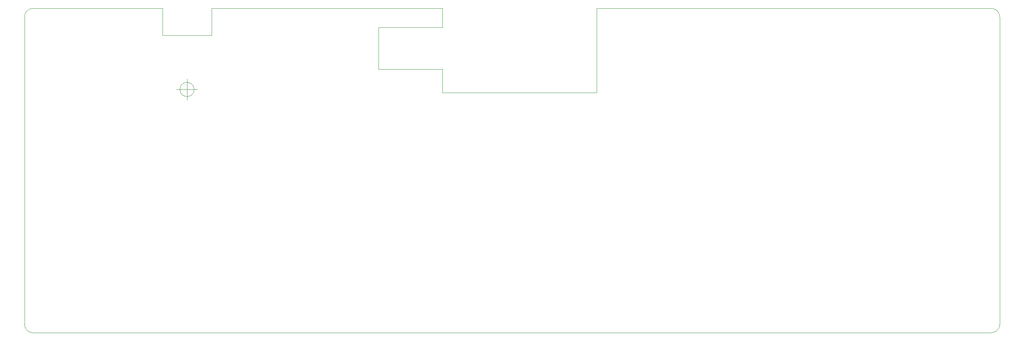
<source format=gbr>
G04 #@! TF.GenerationSoftware,KiCad,Pcbnew,(5.1.2-1)-1*
G04 #@! TF.CreationDate,2019-11-15T22:05:34-06:00*
G04 #@! TF.ProjectId,therick_bottom_plate,74686572-6963-46b5-9f62-6f74746f6d5f,rev?*
G04 #@! TF.SameCoordinates,Original*
G04 #@! TF.FileFunction,Profile,NP*
%FSLAX46Y46*%
G04 Gerber Fmt 4.6, Leading zero omitted, Abs format (unit mm)*
G04 Created by KiCad (PCBNEW (5.1.2-1)-1) date 2019-11-15 22:05:34*
%MOMM*%
%LPD*%
G04 APERTURE LIST*
%ADD10C,0.050000*%
G04 APERTURE END LIST*
D10*
X144000000Y-39400000D02*
X129000000Y-39400000D01*
X144000000Y-39400000D02*
X144000000Y-34900000D01*
X144000000Y-49200000D02*
X144000000Y-54700000D01*
X129000000Y-49200000D02*
X144000000Y-49200000D01*
X129000000Y-39400000D02*
X129000000Y-49200000D01*
X85804166Y-53975000D02*
G75*
G03X85804166Y-53975000I-1666666J0D01*
G01*
X81637500Y-53975000D02*
X86637500Y-53975000D01*
X84137500Y-51475000D02*
X84137500Y-56475000D01*
X180181250Y-54725000D02*
X180181250Y-34925000D01*
X144000000Y-54700000D02*
X180181250Y-54725000D01*
X89916000Y-41275000D02*
X89916000Y-34925000D01*
X78359000Y-41275000D02*
X89916000Y-41275000D01*
X78359000Y-34925000D02*
X78359000Y-41275000D01*
X272653125Y-34925000D02*
G75*
G02X274637500Y-36909375I0J-1984375D01*
G01*
X274637500Y-109140625D02*
G75*
G02X272653125Y-111125000I-1984375J0D01*
G01*
X48021875Y-111125000D02*
G75*
G02X46037500Y-109140625I0J1984375D01*
G01*
X46037500Y-36909375D02*
G75*
G02X48021875Y-34925000I1984375J0D01*
G01*
X144000000Y-34900000D02*
X89916000Y-34925000D01*
X272653125Y-34925000D02*
X180181250Y-34925000D01*
X274637500Y-109140625D02*
X274637500Y-36909375D01*
X48021875Y-111125000D02*
X272653125Y-111125000D01*
X46037500Y-36909375D02*
X46037500Y-109140625D01*
X78359000Y-34925000D02*
X48021875Y-34925000D01*
M02*

</source>
